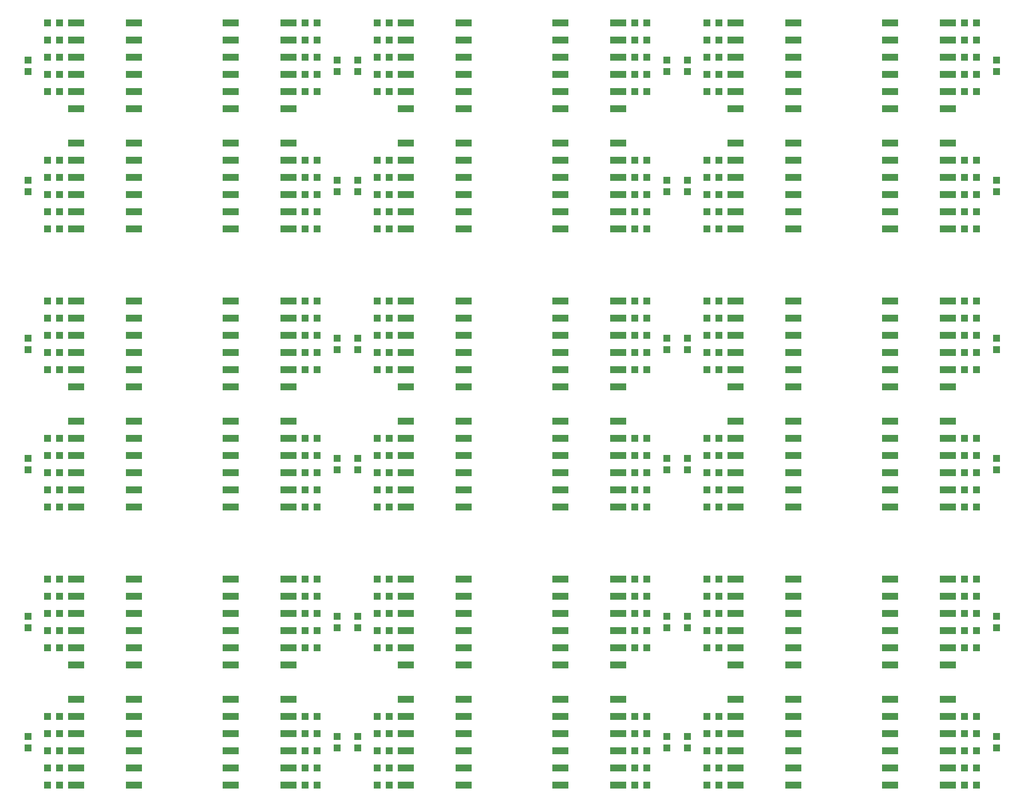
<source format=gtp>
G75*
%MOIN*%
%OFA0B0*%
%FSLAX25Y25*%
%IPPOS*%
%LPD*%
%AMOC8*
5,1,8,0,0,1.08239X$1,22.5*
%
%ADD10R,0.04331X0.03937*%
%ADD11R,0.09606X0.04449*%
%ADD12R,0.03937X0.04331*%
D10*
X0045404Y0058750D03*
X0052096Y0058750D03*
X0052096Y0068750D03*
X0045404Y0068750D03*
X0045404Y0078750D03*
X0052096Y0078750D03*
X0052096Y0088750D03*
X0045404Y0088750D03*
X0045404Y0098750D03*
X0052096Y0098750D03*
X0052096Y0138750D03*
X0045404Y0138750D03*
X0045404Y0148750D03*
X0052096Y0148750D03*
X0052096Y0158750D03*
X0045404Y0158750D03*
X0045404Y0168750D03*
X0052096Y0168750D03*
X0052096Y0178750D03*
X0045404Y0178750D03*
X0045404Y0220750D03*
X0052096Y0220750D03*
X0052096Y0230750D03*
X0045404Y0230750D03*
X0045404Y0240750D03*
X0052096Y0240750D03*
X0052096Y0250750D03*
X0045404Y0250750D03*
X0045404Y0260750D03*
X0052096Y0260750D03*
X0052096Y0300750D03*
X0045404Y0300750D03*
X0045404Y0310750D03*
X0052096Y0310750D03*
X0052096Y0320750D03*
X0045404Y0320750D03*
X0045404Y0330750D03*
X0052096Y0330750D03*
X0052096Y0340750D03*
X0045404Y0340750D03*
X0045404Y0382750D03*
X0052096Y0382750D03*
X0052096Y0392750D03*
X0045404Y0392750D03*
X0045404Y0402750D03*
X0052096Y0402750D03*
X0052096Y0412750D03*
X0045404Y0412750D03*
X0045404Y0422750D03*
X0052096Y0422750D03*
X0052096Y0462750D03*
X0045404Y0462750D03*
X0045404Y0472750D03*
X0052096Y0472750D03*
X0052096Y0482750D03*
X0045404Y0482750D03*
X0045404Y0492750D03*
X0052096Y0492750D03*
X0052096Y0502750D03*
X0045404Y0502750D03*
X0195404Y0502750D03*
X0202096Y0502750D03*
X0202096Y0492750D03*
X0195404Y0492750D03*
X0195404Y0482750D03*
X0202096Y0482750D03*
X0202096Y0472750D03*
X0195404Y0472750D03*
X0195404Y0462750D03*
X0202096Y0462750D03*
X0237404Y0462750D03*
X0244096Y0462750D03*
X0244096Y0472750D03*
X0237404Y0472750D03*
X0237404Y0482750D03*
X0244096Y0482750D03*
X0244096Y0492750D03*
X0237404Y0492750D03*
X0237404Y0502750D03*
X0244096Y0502750D03*
X0244096Y0422750D03*
X0237404Y0422750D03*
X0237404Y0412750D03*
X0244096Y0412750D03*
X0244096Y0402750D03*
X0237404Y0402750D03*
X0237404Y0392750D03*
X0244096Y0392750D03*
X0244096Y0382750D03*
X0237404Y0382750D03*
X0202096Y0382750D03*
X0195404Y0382750D03*
X0195404Y0392750D03*
X0202096Y0392750D03*
X0202096Y0402750D03*
X0195404Y0402750D03*
X0195404Y0412750D03*
X0202096Y0412750D03*
X0202096Y0422750D03*
X0195404Y0422750D03*
X0195404Y0340750D03*
X0202096Y0340750D03*
X0202096Y0330750D03*
X0195404Y0330750D03*
X0195404Y0320750D03*
X0202096Y0320750D03*
X0202096Y0310750D03*
X0195404Y0310750D03*
X0195404Y0300750D03*
X0202096Y0300750D03*
X0237404Y0300750D03*
X0244096Y0300750D03*
X0244096Y0310750D03*
X0237404Y0310750D03*
X0237404Y0320750D03*
X0244096Y0320750D03*
X0244096Y0330750D03*
X0237404Y0330750D03*
X0237404Y0340750D03*
X0244096Y0340750D03*
X0244096Y0260750D03*
X0237404Y0260750D03*
X0237404Y0250750D03*
X0244096Y0250750D03*
X0244096Y0240750D03*
X0237404Y0240750D03*
X0237404Y0230750D03*
X0244096Y0230750D03*
X0244096Y0220750D03*
X0237404Y0220750D03*
X0202096Y0220750D03*
X0195404Y0220750D03*
X0195404Y0230750D03*
X0202096Y0230750D03*
X0202096Y0240750D03*
X0195404Y0240750D03*
X0195404Y0250750D03*
X0202096Y0250750D03*
X0202096Y0260750D03*
X0195404Y0260750D03*
X0195404Y0178750D03*
X0202096Y0178750D03*
X0202096Y0168750D03*
X0195404Y0168750D03*
X0195404Y0158750D03*
X0202096Y0158750D03*
X0202096Y0148750D03*
X0195404Y0148750D03*
X0195404Y0138750D03*
X0202096Y0138750D03*
X0237404Y0138750D03*
X0244096Y0138750D03*
X0244096Y0148750D03*
X0237404Y0148750D03*
X0237404Y0158750D03*
X0244096Y0158750D03*
X0244096Y0168750D03*
X0237404Y0168750D03*
X0237404Y0178750D03*
X0244096Y0178750D03*
X0244096Y0098750D03*
X0237404Y0098750D03*
X0237404Y0088750D03*
X0244096Y0088750D03*
X0244096Y0078750D03*
X0237404Y0078750D03*
X0237404Y0068750D03*
X0244096Y0068750D03*
X0244096Y0058750D03*
X0237404Y0058750D03*
X0202096Y0058750D03*
X0195404Y0058750D03*
X0195404Y0068750D03*
X0202096Y0068750D03*
X0202096Y0078750D03*
X0195404Y0078750D03*
X0195404Y0088750D03*
X0202096Y0088750D03*
X0202096Y0098750D03*
X0195404Y0098750D03*
X0387404Y0098750D03*
X0394096Y0098750D03*
X0394096Y0088750D03*
X0387404Y0088750D03*
X0387404Y0078750D03*
X0394096Y0078750D03*
X0394096Y0068750D03*
X0387404Y0068750D03*
X0387404Y0058750D03*
X0394096Y0058750D03*
X0429404Y0058750D03*
X0436096Y0058750D03*
X0436096Y0068750D03*
X0429404Y0068750D03*
X0429404Y0078750D03*
X0436096Y0078750D03*
X0436096Y0088750D03*
X0429404Y0088750D03*
X0429404Y0098750D03*
X0436096Y0098750D03*
X0436096Y0138750D03*
X0429404Y0138750D03*
X0429404Y0148750D03*
X0436096Y0148750D03*
X0436096Y0158750D03*
X0429404Y0158750D03*
X0429404Y0168750D03*
X0436096Y0168750D03*
X0436096Y0178750D03*
X0429404Y0178750D03*
X0394096Y0178750D03*
X0387404Y0178750D03*
X0387404Y0168750D03*
X0394096Y0168750D03*
X0394096Y0158750D03*
X0387404Y0158750D03*
X0387404Y0148750D03*
X0394096Y0148750D03*
X0394096Y0138750D03*
X0387404Y0138750D03*
X0387404Y0220750D03*
X0394096Y0220750D03*
X0394096Y0230750D03*
X0387404Y0230750D03*
X0387404Y0240750D03*
X0394096Y0240750D03*
X0394096Y0250750D03*
X0387404Y0250750D03*
X0387404Y0260750D03*
X0394096Y0260750D03*
X0429404Y0260750D03*
X0436096Y0260750D03*
X0436096Y0250750D03*
X0429404Y0250750D03*
X0429404Y0240750D03*
X0436096Y0240750D03*
X0436096Y0230750D03*
X0429404Y0230750D03*
X0429404Y0220750D03*
X0436096Y0220750D03*
X0436096Y0300750D03*
X0429404Y0300750D03*
X0429404Y0310750D03*
X0436096Y0310750D03*
X0436096Y0320750D03*
X0429404Y0320750D03*
X0429404Y0330750D03*
X0436096Y0330750D03*
X0436096Y0340750D03*
X0429404Y0340750D03*
X0394096Y0340750D03*
X0387404Y0340750D03*
X0387404Y0330750D03*
X0394096Y0330750D03*
X0394096Y0320750D03*
X0387404Y0320750D03*
X0387404Y0310750D03*
X0394096Y0310750D03*
X0394096Y0300750D03*
X0387404Y0300750D03*
X0387404Y0382750D03*
X0394096Y0382750D03*
X0394096Y0392750D03*
X0387404Y0392750D03*
X0387404Y0402750D03*
X0394096Y0402750D03*
X0394096Y0412750D03*
X0387404Y0412750D03*
X0387404Y0422750D03*
X0394096Y0422750D03*
X0429404Y0422750D03*
X0436096Y0422750D03*
X0436096Y0412750D03*
X0429404Y0412750D03*
X0429404Y0402750D03*
X0436096Y0402750D03*
X0436096Y0392750D03*
X0429404Y0392750D03*
X0429404Y0382750D03*
X0436096Y0382750D03*
X0436096Y0462750D03*
X0429404Y0462750D03*
X0429404Y0472750D03*
X0436096Y0472750D03*
X0436096Y0482750D03*
X0429404Y0482750D03*
X0429404Y0492750D03*
X0436096Y0492750D03*
X0436096Y0502750D03*
X0429404Y0502750D03*
X0394096Y0502750D03*
X0387404Y0502750D03*
X0387404Y0492750D03*
X0394096Y0492750D03*
X0394096Y0482750D03*
X0387404Y0482750D03*
X0387404Y0472750D03*
X0394096Y0472750D03*
X0394096Y0462750D03*
X0387404Y0462750D03*
X0579404Y0462750D03*
X0586096Y0462750D03*
X0586096Y0472750D03*
X0579404Y0472750D03*
X0579404Y0482750D03*
X0586096Y0482750D03*
X0586096Y0492750D03*
X0579404Y0492750D03*
X0579404Y0502750D03*
X0586096Y0502750D03*
X0586096Y0422750D03*
X0579404Y0422750D03*
X0579404Y0412750D03*
X0586096Y0412750D03*
X0586096Y0402750D03*
X0579404Y0402750D03*
X0579404Y0392750D03*
X0586096Y0392750D03*
X0586096Y0382750D03*
X0579404Y0382750D03*
X0579404Y0340750D03*
X0586096Y0340750D03*
X0586096Y0330750D03*
X0579404Y0330750D03*
X0579404Y0320750D03*
X0586096Y0320750D03*
X0586096Y0310750D03*
X0579404Y0310750D03*
X0579404Y0300750D03*
X0586096Y0300750D03*
X0586096Y0260750D03*
X0579404Y0260750D03*
X0579404Y0250750D03*
X0586096Y0250750D03*
X0586096Y0240750D03*
X0579404Y0240750D03*
X0579404Y0230750D03*
X0586096Y0230750D03*
X0586096Y0220750D03*
X0579404Y0220750D03*
X0579404Y0178750D03*
X0586096Y0178750D03*
X0586096Y0168750D03*
X0579404Y0168750D03*
X0579404Y0158750D03*
X0586096Y0158750D03*
X0586096Y0148750D03*
X0579404Y0148750D03*
X0579404Y0138750D03*
X0586096Y0138750D03*
X0586096Y0098750D03*
X0579404Y0098750D03*
X0579404Y0088750D03*
X0586096Y0088750D03*
X0586096Y0078750D03*
X0579404Y0078750D03*
X0579404Y0068750D03*
X0586096Y0068750D03*
X0586096Y0058750D03*
X0579404Y0058750D03*
D11*
X0569679Y0058750D03*
X0569679Y0068750D03*
X0569679Y0078750D03*
X0569679Y0088750D03*
X0569679Y0098750D03*
X0569679Y0108750D03*
X0569679Y0128750D03*
X0569679Y0138750D03*
X0569679Y0148750D03*
X0569679Y0158750D03*
X0569679Y0168750D03*
X0569679Y0178750D03*
X0535821Y0178750D03*
X0535821Y0168750D03*
X0535821Y0158750D03*
X0535821Y0148750D03*
X0535821Y0138750D03*
X0535821Y0128750D03*
X0535821Y0108750D03*
X0535821Y0098750D03*
X0535821Y0088750D03*
X0535821Y0078750D03*
X0535821Y0068750D03*
X0535821Y0058750D03*
X0479679Y0058750D03*
X0479679Y0068750D03*
X0479679Y0078750D03*
X0479679Y0088750D03*
X0479679Y0098750D03*
X0479679Y0108750D03*
X0479679Y0128750D03*
X0479679Y0138750D03*
X0479679Y0148750D03*
X0479679Y0158750D03*
X0479679Y0168750D03*
X0479679Y0178750D03*
X0445821Y0178750D03*
X0445821Y0168750D03*
X0445821Y0158750D03*
X0445821Y0148750D03*
X0445821Y0138750D03*
X0445821Y0128750D03*
X0445821Y0108750D03*
X0445821Y0098750D03*
X0445821Y0088750D03*
X0445821Y0078750D03*
X0445821Y0068750D03*
X0445821Y0058750D03*
X0377679Y0058750D03*
X0377679Y0068750D03*
X0377679Y0078750D03*
X0377679Y0088750D03*
X0377679Y0098750D03*
X0377679Y0108750D03*
X0377679Y0128750D03*
X0377679Y0138750D03*
X0377679Y0148750D03*
X0377679Y0158750D03*
X0377679Y0168750D03*
X0377679Y0178750D03*
X0343821Y0178750D03*
X0343821Y0168750D03*
X0343821Y0158750D03*
X0343821Y0148750D03*
X0343821Y0138750D03*
X0343821Y0128750D03*
X0343821Y0108750D03*
X0343821Y0098750D03*
X0343821Y0088750D03*
X0343821Y0078750D03*
X0343821Y0068750D03*
X0343821Y0058750D03*
X0287679Y0058750D03*
X0287679Y0068750D03*
X0287679Y0078750D03*
X0287679Y0088750D03*
X0287679Y0098750D03*
X0287679Y0108750D03*
X0287679Y0128750D03*
X0287679Y0138750D03*
X0287679Y0148750D03*
X0287679Y0158750D03*
X0287679Y0168750D03*
X0287679Y0178750D03*
X0253821Y0178750D03*
X0253821Y0168750D03*
X0253821Y0158750D03*
X0253821Y0148750D03*
X0253821Y0138750D03*
X0253821Y0128750D03*
X0253821Y0108750D03*
X0253821Y0098750D03*
X0253821Y0088750D03*
X0253821Y0078750D03*
X0253821Y0068750D03*
X0253821Y0058750D03*
X0185679Y0058750D03*
X0185679Y0068750D03*
X0185679Y0078750D03*
X0185679Y0088750D03*
X0185679Y0098750D03*
X0185679Y0108750D03*
X0185679Y0128750D03*
X0185679Y0138750D03*
X0185679Y0148750D03*
X0185679Y0158750D03*
X0185679Y0168750D03*
X0185679Y0178750D03*
X0151821Y0178750D03*
X0151821Y0168750D03*
X0151821Y0158750D03*
X0151821Y0148750D03*
X0151821Y0138750D03*
X0151821Y0128750D03*
X0151821Y0108750D03*
X0151821Y0098750D03*
X0151821Y0088750D03*
X0151821Y0078750D03*
X0151821Y0068750D03*
X0151821Y0058750D03*
X0095679Y0058750D03*
X0095679Y0068750D03*
X0095679Y0078750D03*
X0095679Y0088750D03*
X0095679Y0098750D03*
X0095679Y0108750D03*
X0095679Y0128750D03*
X0095679Y0138750D03*
X0095679Y0148750D03*
X0095679Y0158750D03*
X0095679Y0168750D03*
X0095679Y0178750D03*
X0061821Y0178750D03*
X0061821Y0168750D03*
X0061821Y0158750D03*
X0061821Y0148750D03*
X0061821Y0138750D03*
X0061821Y0128750D03*
X0061821Y0108750D03*
X0061821Y0098750D03*
X0061821Y0088750D03*
X0061821Y0078750D03*
X0061821Y0068750D03*
X0061821Y0058750D03*
X0061821Y0220750D03*
X0061821Y0230750D03*
X0061821Y0240750D03*
X0061821Y0250750D03*
X0061821Y0260750D03*
X0061821Y0270750D03*
X0061821Y0290750D03*
X0061821Y0300750D03*
X0061821Y0310750D03*
X0061821Y0320750D03*
X0061821Y0330750D03*
X0061821Y0340750D03*
X0095679Y0340750D03*
X0095679Y0330750D03*
X0095679Y0320750D03*
X0095679Y0310750D03*
X0095679Y0300750D03*
X0095679Y0290750D03*
X0095679Y0270750D03*
X0095679Y0260750D03*
X0095679Y0250750D03*
X0095679Y0240750D03*
X0095679Y0230750D03*
X0095679Y0220750D03*
X0151821Y0220750D03*
X0151821Y0230750D03*
X0151821Y0240750D03*
X0151821Y0250750D03*
X0151821Y0260750D03*
X0151821Y0270750D03*
X0151821Y0290750D03*
X0151821Y0300750D03*
X0151821Y0310750D03*
X0151821Y0320750D03*
X0151821Y0330750D03*
X0151821Y0340750D03*
X0185679Y0340750D03*
X0185679Y0330750D03*
X0185679Y0320750D03*
X0185679Y0310750D03*
X0185679Y0300750D03*
X0185679Y0290750D03*
X0185679Y0270750D03*
X0185679Y0260750D03*
X0185679Y0250750D03*
X0185679Y0240750D03*
X0185679Y0230750D03*
X0185679Y0220750D03*
X0253821Y0220750D03*
X0253821Y0230750D03*
X0253821Y0240750D03*
X0253821Y0250750D03*
X0253821Y0260750D03*
X0253821Y0270750D03*
X0253821Y0290750D03*
X0253821Y0300750D03*
X0253821Y0310750D03*
X0253821Y0320750D03*
X0253821Y0330750D03*
X0253821Y0340750D03*
X0287679Y0340750D03*
X0287679Y0330750D03*
X0287679Y0320750D03*
X0287679Y0310750D03*
X0287679Y0300750D03*
X0287679Y0290750D03*
X0287679Y0270750D03*
X0287679Y0260750D03*
X0287679Y0250750D03*
X0287679Y0240750D03*
X0287679Y0230750D03*
X0287679Y0220750D03*
X0343821Y0220750D03*
X0343821Y0230750D03*
X0343821Y0240750D03*
X0343821Y0250750D03*
X0343821Y0260750D03*
X0343821Y0270750D03*
X0343821Y0290750D03*
X0343821Y0300750D03*
X0343821Y0310750D03*
X0343821Y0320750D03*
X0343821Y0330750D03*
X0343821Y0340750D03*
X0377679Y0340750D03*
X0377679Y0330750D03*
X0377679Y0320750D03*
X0377679Y0310750D03*
X0377679Y0300750D03*
X0377679Y0290750D03*
X0377679Y0270750D03*
X0377679Y0260750D03*
X0377679Y0250750D03*
X0377679Y0240750D03*
X0377679Y0230750D03*
X0377679Y0220750D03*
X0445821Y0220750D03*
X0445821Y0230750D03*
X0445821Y0240750D03*
X0445821Y0250750D03*
X0445821Y0260750D03*
X0445821Y0270750D03*
X0445821Y0290750D03*
X0445821Y0300750D03*
X0445821Y0310750D03*
X0445821Y0320750D03*
X0445821Y0330750D03*
X0445821Y0340750D03*
X0479679Y0340750D03*
X0479679Y0330750D03*
X0479679Y0320750D03*
X0479679Y0310750D03*
X0479679Y0300750D03*
X0479679Y0290750D03*
X0479679Y0270750D03*
X0479679Y0260750D03*
X0479679Y0250750D03*
X0479679Y0240750D03*
X0479679Y0230750D03*
X0479679Y0220750D03*
X0535821Y0220750D03*
X0535821Y0230750D03*
X0535821Y0240750D03*
X0535821Y0250750D03*
X0535821Y0260750D03*
X0535821Y0270750D03*
X0535821Y0290750D03*
X0535821Y0300750D03*
X0535821Y0310750D03*
X0535821Y0320750D03*
X0535821Y0330750D03*
X0535821Y0340750D03*
X0569679Y0340750D03*
X0569679Y0330750D03*
X0569679Y0320750D03*
X0569679Y0310750D03*
X0569679Y0300750D03*
X0569679Y0290750D03*
X0569679Y0270750D03*
X0569679Y0260750D03*
X0569679Y0250750D03*
X0569679Y0240750D03*
X0569679Y0230750D03*
X0569679Y0220750D03*
X0569679Y0382750D03*
X0569679Y0392750D03*
X0569679Y0402750D03*
X0569679Y0412750D03*
X0569679Y0422750D03*
X0569679Y0432750D03*
X0569679Y0452750D03*
X0569679Y0462750D03*
X0569679Y0472750D03*
X0569679Y0482750D03*
X0569679Y0492750D03*
X0569679Y0502750D03*
X0535821Y0502750D03*
X0535821Y0492750D03*
X0535821Y0482750D03*
X0535821Y0472750D03*
X0535821Y0462750D03*
X0535821Y0452750D03*
X0535821Y0432750D03*
X0535821Y0422750D03*
X0535821Y0412750D03*
X0535821Y0402750D03*
X0535821Y0392750D03*
X0535821Y0382750D03*
X0479679Y0382750D03*
X0479679Y0392750D03*
X0479679Y0402750D03*
X0479679Y0412750D03*
X0479679Y0422750D03*
X0479679Y0432750D03*
X0479679Y0452750D03*
X0479679Y0462750D03*
X0479679Y0472750D03*
X0479679Y0482750D03*
X0479679Y0492750D03*
X0479679Y0502750D03*
X0445821Y0502750D03*
X0445821Y0492750D03*
X0445821Y0482750D03*
X0445821Y0472750D03*
X0445821Y0462750D03*
X0445821Y0452750D03*
X0445821Y0432750D03*
X0445821Y0422750D03*
X0445821Y0412750D03*
X0445821Y0402750D03*
X0445821Y0392750D03*
X0445821Y0382750D03*
X0377679Y0382750D03*
X0377679Y0392750D03*
X0377679Y0402750D03*
X0377679Y0412750D03*
X0377679Y0422750D03*
X0377679Y0432750D03*
X0377679Y0452750D03*
X0377679Y0462750D03*
X0377679Y0472750D03*
X0377679Y0482750D03*
X0377679Y0492750D03*
X0377679Y0502750D03*
X0343821Y0502750D03*
X0343821Y0492750D03*
X0343821Y0482750D03*
X0343821Y0472750D03*
X0343821Y0462750D03*
X0343821Y0452750D03*
X0343821Y0432750D03*
X0343821Y0422750D03*
X0343821Y0412750D03*
X0343821Y0402750D03*
X0343821Y0392750D03*
X0343821Y0382750D03*
X0287679Y0382750D03*
X0287679Y0392750D03*
X0287679Y0402750D03*
X0287679Y0412750D03*
X0287679Y0422750D03*
X0287679Y0432750D03*
X0287679Y0452750D03*
X0287679Y0462750D03*
X0287679Y0472750D03*
X0287679Y0482750D03*
X0287679Y0492750D03*
X0287679Y0502750D03*
X0253821Y0502750D03*
X0253821Y0492750D03*
X0253821Y0482750D03*
X0253821Y0472750D03*
X0253821Y0462750D03*
X0253821Y0452750D03*
X0253821Y0432750D03*
X0253821Y0422750D03*
X0253821Y0412750D03*
X0253821Y0402750D03*
X0253821Y0392750D03*
X0253821Y0382750D03*
X0185679Y0382750D03*
X0185679Y0392750D03*
X0185679Y0402750D03*
X0185679Y0412750D03*
X0185679Y0422750D03*
X0185679Y0432750D03*
X0185679Y0452750D03*
X0185679Y0462750D03*
X0185679Y0472750D03*
X0185679Y0482750D03*
X0185679Y0492750D03*
X0185679Y0502750D03*
X0151821Y0502750D03*
X0151821Y0492750D03*
X0151821Y0482750D03*
X0151821Y0472750D03*
X0151821Y0462750D03*
X0151821Y0452750D03*
X0151821Y0432750D03*
X0151821Y0422750D03*
X0151821Y0412750D03*
X0151821Y0402750D03*
X0151821Y0392750D03*
X0151821Y0382750D03*
X0095679Y0382750D03*
X0095679Y0392750D03*
X0095679Y0402750D03*
X0095679Y0412750D03*
X0095679Y0422750D03*
X0095679Y0432750D03*
X0095679Y0452750D03*
X0095679Y0462750D03*
X0095679Y0472750D03*
X0095679Y0482750D03*
X0095679Y0492750D03*
X0095679Y0502750D03*
X0061821Y0502750D03*
X0061821Y0492750D03*
X0061821Y0482750D03*
X0061821Y0472750D03*
X0061821Y0462750D03*
X0061821Y0452750D03*
X0061821Y0432750D03*
X0061821Y0422750D03*
X0061821Y0412750D03*
X0061821Y0402750D03*
X0061821Y0392750D03*
X0061821Y0382750D03*
D12*
X0033750Y0404404D03*
X0033750Y0411096D03*
X0033750Y0474404D03*
X0033750Y0481096D03*
X0213750Y0481096D03*
X0213750Y0474404D03*
X0225750Y0474404D03*
X0225750Y0481096D03*
X0225750Y0411096D03*
X0225750Y0404404D03*
X0213750Y0404404D03*
X0213750Y0411096D03*
X0213750Y0319096D03*
X0213750Y0312404D03*
X0225750Y0312404D03*
X0225750Y0319096D03*
X0225750Y0249096D03*
X0225750Y0242404D03*
X0213750Y0242404D03*
X0213750Y0249096D03*
X0213750Y0157096D03*
X0225750Y0157096D03*
X0225750Y0150404D03*
X0213750Y0150404D03*
X0213750Y0087096D03*
X0213750Y0080404D03*
X0225750Y0080404D03*
X0225750Y0087096D03*
X0405750Y0087096D03*
X0405750Y0080404D03*
X0417750Y0080404D03*
X0417750Y0087096D03*
X0417750Y0150404D03*
X0417750Y0157096D03*
X0405750Y0157096D03*
X0405750Y0150404D03*
X0405750Y0242404D03*
X0405750Y0249096D03*
X0417750Y0249096D03*
X0417750Y0242404D03*
X0417750Y0312404D03*
X0417750Y0319096D03*
X0405750Y0319096D03*
X0405750Y0312404D03*
X0405750Y0404404D03*
X0405750Y0411096D03*
X0417750Y0411096D03*
X0417750Y0404404D03*
X0417750Y0474404D03*
X0417750Y0481096D03*
X0405750Y0481096D03*
X0405750Y0474404D03*
X0597750Y0474404D03*
X0597750Y0481096D03*
X0597750Y0411096D03*
X0597750Y0404404D03*
X0597750Y0319096D03*
X0597750Y0312404D03*
X0597750Y0249096D03*
X0597750Y0242404D03*
X0597750Y0157096D03*
X0597750Y0150404D03*
X0597750Y0087096D03*
X0597750Y0080404D03*
X0033750Y0080404D03*
X0033750Y0087096D03*
X0033750Y0150404D03*
X0033750Y0157096D03*
X0033750Y0242404D03*
X0033750Y0249096D03*
X0033750Y0312404D03*
X0033750Y0319096D03*
M02*

</source>
